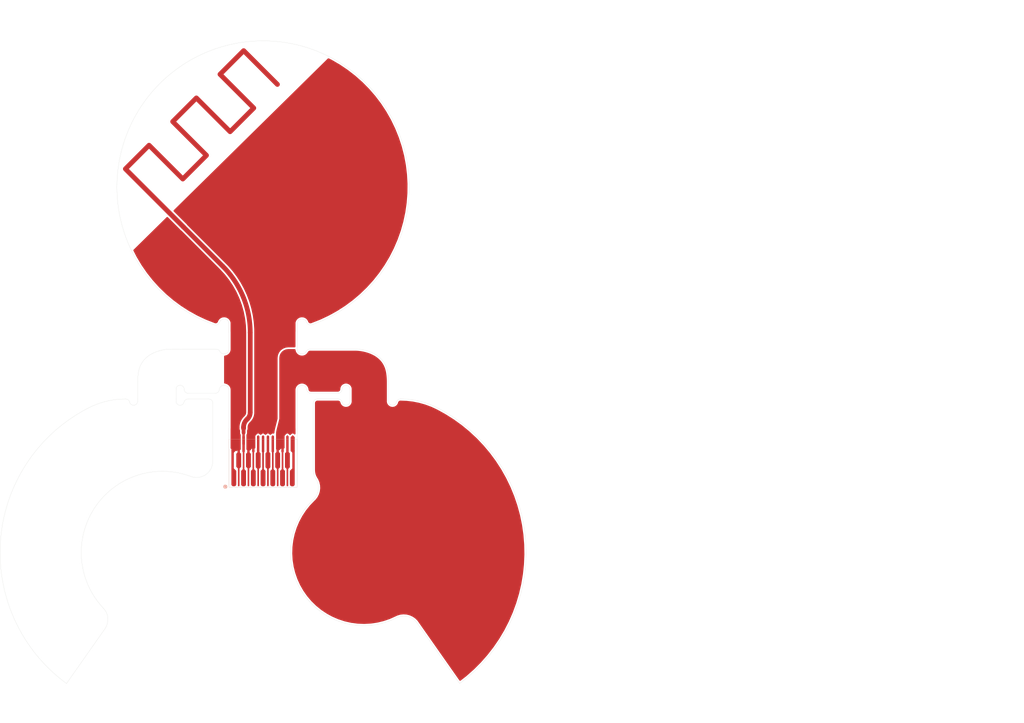
<source format=kicad_pcb>
(kicad_pcb (version 20240108) (generator "pcbnew") (generator_version "8.0")
  (layers (0 "F.Cu" signal) (31 "B.Cu" signal) (34 "B.Paste" user) (35 "F.Paste" user) (36 "B.SilkS" user "B.Silkscreen") (37 "F.SilkS" user "F.Silkscreen") (38 "B.Mask" user) (39 "F.Mask" user) (44 "Edge.Cuts" user))
  (net 0 "")
  (net 1 "Batteryin")
  (net 2 "gnd")
  (net 3 "antenna")
  (footprint "Library:2.4GHz-meander-antenna" (layer "F.Cu") (at 173 77.98058 -135)
    (property "Reference" "AE**" (hide yes))
    (property "Value" "2.4GHz-meander-antenna" (hide yes))
    (pad "1" smd custom (at 0 0 225) (size 0.3 0.3) (layers "F.Cu") (net 3 "antenna") (options (clearance outline) (anchor circle)) (primitives (gr_line (start 0 0) (end 0 5.06) (width 0.3)) (gr_line (start 0 5.06) (end -2.06 5.06) (width 0.3)) (gr_line (start -2.06 5.06) (end -2.06 2.12) (width 0.3)) (gr_line (start -2.06 2.12) (end -4.12 2.12) (width 0.3)) (gr_line (start -4.12 2.12) (end -4.12 5.06) (width 0.3)) (gr_line (start -4.12 5.06) (end -6.18 5.06) (width 0.3)) (gr_line (start -6.18 5.06) (end -6.18 2.12) (width 0.3)) (gr_line (start -6.18 2.12) (end -8.24 2.12) (width 0.3)) (gr_line (start -8.24 2.12) (end -8.24 5.06) (width 0.3)) (gr_line (start -8.24 5.06) (end -10.3 5.06) (width 0.3)) (gr_line (start -10.3 5.06) (end -10.3 2.12) (width 0.3))))
  )
  (footprint "Library:flex connector" (layer "B.Cu") (at 175.7 90.05)
    (property "Reference" "REF**" (hide yes))
    (property "Value" "flex connector" (hide yes))
    (fp_circle (center -0.125 3.925) (end 0 3.925) (fill solid) (layer "B.SilkS"))
    (fp_poly (pts (xy 0.1 3.95) (xy 4.3 3.95) (xy 4.3 1) (xy 0.1 1)) (stroke (width 0.01)) (fill none) (layer "B.SilkS"))
    (pad "1" smd rect (at 0.325 2.325) (size 0.15 1.25) (layers "F.Cu" "F.Paste" "F.Mask"))
    (pad "1" smd roundrect (at 0.375 1.3) (size 0.25 1.1) (layers "F.Cu" "F.Paste" "F.Mask") (roundrect_rratio 0) (chamfer_ratio 0.5) (chamfer top_left top_right bottom_left bottom_right) (net 2 "gnd"))
    (pad "1" smd roundrect (at 0.4 3.35) (size 0.3 1.1) (layers "F.Cu" "F.Paste" "F.Mask") (roundrect_rratio 0.4) (chamfer_ratio 0.5) (chamfer top_left top_right))
    (pad "2" smd roundrect (at 0.7 1.425) (size 0.15 1.35) (layers "F.Cu" "F.Paste" "F.Mask") (roundrect_rratio 0) (chamfer_ratio 0.5) (chamfer top_left top_right bottom_left bottom_right) (net 2 "gnd"))
    (pad "2" smd roundrect (at 0.7 2.3) (size 0.3 1.1) (layers "F.Cu" "F.Paste" "F.Mask") (roundrect_rratio 0) (chamfer_ratio 0.5) (chamfer top_left top_right bottom_left bottom_right))
    (pad "2" smd roundrect (at 0.7 3.3) (size 0.1 1.2) (layers "F.Cu" "F.Paste" "F.Mask") (roundrect_rratio 0.5))
    (pad "3" smd roundrect (at 1 1.3) (size 0.15 1.1) (layers "F.Cu" "F.Paste" "F.Mask") (roundrect_rratio 0) (chamfer_ratio 0.5) (chamfer top_left top_right bottom_left bottom_right) (net 3 "antenna"))
    (pad "3" smd rect (at 1 2.4) (size 0.1 1.2) (layers "F.Cu" "F.Paste" "F.Mask"))
    (pad "3" smd roundrect (at 1 3.35) (size 0.3 1.1) (layers "F.Cu" "F.Paste" "F.Mask") (roundrect_rratio 0.4) (chamfer_ratio 0.5) (chamfer top_left top_right))
    (pad "4" smd roundrect (at 1.3 1.425) (size 0.15 1.35) (layers "F.Cu" "F.Paste" "F.Mask") (roundrect_rratio 0) (chamfer_ratio 0.5) (chamfer top_left top_right bottom_left bottom_right) (net 2 "gnd"))
    (pad "4" smd roundrect (at 1.3 2.3) (size 0.3 1.1) (layers "F.Cu" "F.Paste" "F.Mask") (roundrect_rratio 0) (chamfer_ratio 0.5) (chamfer top_left top_right bottom_left bottom_right))
    (pad "4" smd roundrect (at 1.3 3.3) (size 0.1 1.2) (layers "F.Cu" "F.Paste" "F.Mask") (roundrect_rratio 0.5))
    (pad "5" smd roundrect (at 1.6 1.3) (size 0.15 1.1) (layers "F.Cu" "F.Paste" "F.Mask") (roundrect_rratio 0) (chamfer_ratio 0.5) (chamfer top_left top_right bottom_left bottom_right) (net 2 "gnd"))
    (pad "5" smd rect (at 1.6 2.3) (size 0.1 1.25) (layers "F.Cu" "F.Paste" "F.Mask"))
    (pad "5" smd roundrect (at 1.6 3.35) (size 0.3 1.1) (layers "F.Cu" "F.Paste" "F.Mask") (roundrect_rratio 0.4) (chamfer_ratio 0.5) (chamfer top_left top_right))
    (pad "6" smd roundrect (at 1.899999 2.3) (size 0.3 1.1) (layers "F.Cu" "F.Paste" "F.Mask") (roundrect_rratio 0) (chamfer_ratio 0.4) (chamfer top_left top_right bottom_left bottom_right))
    (pad "6" smd roundrect (at 1.9 1.425) (size 0.15 1.35) (layers "F.Cu" "F.Paste" "F.Mask") (roundrect_rratio 0) (chamfer_ratio 0.5) (chamfer top_left top_right bottom_left bottom_right))
    (pad "6" smd roundrect (at 1.9 3.299999) (size 0.1 1.2) (layers "F.Cu" "F.Paste" "F.Mask") (roundrect_rratio 0.5))
    (pad "7" smd roundrect (at 2.2 1.3) (size 0.15 1.1) (layers "F.Cu" "F.Paste" "F.Mask") (roundrect_rratio 0) (chamfer_ratio 0.5) (chamfer top_left top_right bottom_left bottom_right))
    (pad "7" smd rect (at 2.2 2.300001) (size 0.1 1.25) (layers "F.Cu" "F.Paste" "F.Mask"))
    (pad "7" smd roundrect (at 2.2 3.35) (size 0.3 1.1) (layers "F.Cu" "F.Paste" "F.Mask") (roundrect_rratio 0.4) (chamfer_ratio 0.5) (chamfer top_left top_right))
    (pad "8" smd roundrect (at 2.5 1.425) (size 0.15 1.35) (layers "F.Cu" "F.Paste" "F.Mask") (roundrect_rratio 0) (chamfer_ratio 0.5) (chamfer top_left top_right bottom_left bottom_right))
    (pad "8" smd roundrect (at 2.5 2.300001) (size 0.3 1.1) (layers "F.Cu" "F.Paste" "F.Mask") (roundrect_rratio 0) (chamfer_ratio 0.4) (chamfer top_left top_right bottom_left bottom_right))
    (pad "8" smd roundrect (at 2.5 3.299999) (size 0.1 1.2) (layers "F.Cu" "F.Paste" "F.Mask") (roundrect_rratio 0.5))
    (pad "9" smd roundrect (at 2.8 1.3) (size 0.15 1.1) (layers "F.Cu" "F.Paste" "F.Mask") (roundrect_rratio 0) (chamfer_ratio 0.5) (chamfer top_left top_right bottom_left bottom_right))
    (pad "9" smd rect (at 2.8 2.300001) (size 0.1 1.25) (layers "F.Cu" "F.Paste" "F.Mask"))
    (pad "9" smd roundrect (at 2.8 3.35) (size 0.3 1.1) (layers "F.Cu" "F.Paste" "F.Mask") (roundrect_rratio 0.4) (chamfer_ratio 0.5) (chamfer top_left top_right))
    (pad "10" smd roundrect (at 3.1 1.4125) (size 0.15 1.325) (layers "F.Cu" "F.Paste" "F.Mask") (roundrect_rratio 0) (chamfer_ratio 0.5) (chamfer top_left top_right bottom_left bottom_right) (net 1 "Batteryin"))
    (pad "10" smd roundrect (at 3.1 2.300001) (size 0.3 1.1) (layers "F.Cu" "F.Paste" "F.Mask") (roundrect_rratio 0) (chamfer_ratio 0.4) (chamfer top_left top_right bottom_left bottom_right))
    (pad "10" smd roundrect (at 3.1 3.299999) (size 0.1 1.2) (layers "F.Cu" "F.Paste" "F.Mask") (roundrect_rratio 0.5))
    (pad "11" smd roundrect (at 3.4 1.3) (size 0.15 1.1) (layers "F.Cu" "F.Paste" "F.Mask") (roundrect_rratio 0) (chamfer_ratio 0.5) (chamfer top_left top_right bottom_left bottom_right) (net 1 "Batteryin"))
    (pad "11" smd rect (at 3.4 2.300001) (size 0.1 1.25) (layers "F.Cu" "F.Paste" "F.Mask"))
    (pad "11" smd roundrect (at 3.4 3.35) (size 0.3 1.1) (layers "F.Cu" "F.Paste" "F.Mask") (roundrect_rratio 0.4) (chamfer_ratio 0.5) (chamfer top_left top_right))
    (pad "12" smd roundrect (at 3.7 1.3625) (size 0.15 1.225) (layers "F.Cu" "F.Paste" "F.Mask") (roundrect_rratio 0) (chamfer_ratio 0.5) (chamfer top_left top_right bottom_left bottom_right))
    (pad "12" smd roundrect (at 3.7 2.300001) (size 0.3 1.1) (layers "F.Cu" "F.Paste" "F.Mask") (roundrect_rratio 0) (chamfer_ratio 0.4) (chamfer top_left top_right bottom_left bottom_right))
    (pad "12" smd roundrect (at 3.7 3.299999) (size 0.1 1.2) (layers "F.Cu" "F.Paste" "F.Mask") (roundrect_rratio 0.5))
    (pad "13" smd roundrect (at 4 3.35) (size 0.3 1.1) (layers "F.Cu" "F.Paste" "F.Mask") (roundrect_rratio 0.4) (chamfer_ratio 0.5) (chamfer top_left top_right))
    (pad "13" smd roundrect (at 4.025 1.3) (size 0.25 1.1) (layers "F.Cu" "F.Paste" "F.Mask") (roundrect_rratio 0) (chamfer_ratio 0.5) (chamfer top_left top_right bottom_left bottom_right))
    (pad "13" smd rect (at 4.075 2.325) (size 0.15 1.25) (layers "F.Cu" "F.Paste" "F.Mask"))
  )
  (gr_line (start 180 91.794744) (end 180 94) (stroke (width 0.01)) (layer "Edge.Cuts"))
  (gr_line (start 175.802848 84.465175) (end 175.8 84.465175) (stroke (width 0.01)) (layer "Edge.Cuts"))
  (gr_arc (start 183.0084 87.725259) (mid 183.185177 87.798482) (end 183.2584 87.975258) (stroke (width 0.01)) (layer "Edge.Cuts"))
  (gr_line (start 175.802848 85.499999) (end 175.802848 84.465175) (stroke (width 0.01)) (layer "Edge.Cuts"))
  (gr_arc (start 173.034945 88.766181) (mid 172.762757 88.957207) (end 172.541602 88.708877) (stroke (width 0.01)) (layer "Edge.Cuts"))
  (gr_line (start 174.954158 88.225255) (end 173.291602 88.225255) (stroke (width 0.01)) (layer "Edge.Cuts"))
  (gr_arc (start 180.56539 85.636471) (mid 180.454652 85.756238) (end 180.297658 85.800509) (stroke (width 0.01)) (layer "Edge.Cuts"))
  (gr_arc (start 181.156574 93.492081) (mid 181.037836 93.232726) (end 180.997153 92.950398) (stroke (width 0.01)) (layer "Edge.Cuts"))
  (gr_line (start 170.175667 88.708877) (end 170.175667 88.573485) (stroke (width 0.01)) (layer "Edge.Cuts"))
  (gr_line (start 174.802849 88.823483) (end 174.802849 92.407609) (stroke (width 0.01)) (layer "Edge.Cuts"))
  (gr_arc (start 170.175667 88.708877) (mid 169.954512 88.957207) (end 169.682323 88.766181) (stroke (width 0.01)) (layer "Edge.Cuts"))
  (gr_line (start 187.386363 102.367439) (end 190.003871 106.097079) (stroke (width 0.01)) (layer "Edge.Cuts"))
  (gr_arc (start 186.118537 102.048505) (mid 180.413334 100.613324) (end 181.003403 94.760043) (stroke (width 0.01)) (layer "Edge.Cuts"))
  (gr_line (start 180 84.266746) (end 180.000153 83.90221) (stroke (width 0.01)) (layer "Edge.Cuts"))
  (gr_arc (start 188.637649 89.118713) (mid 194.064518 97.226174) (end 190.003871 106.097079) (stroke (width 0.01)) (layer "Edge.Cuts"))
  (gr_arc (start 180.845841 88.225259) (mid 180.677369 88.159967) (end 180.596897 87.998195) (stroke (width 0.01)) (layer "Edge.Cuts"))
  (gr_line (start 180 90.36154) (end 179.997152 90.36154) (stroke (width 0.01)) (layer "Edge.Cuts"))
  (gr_arc (start 169.438978 88.573485) (mid 169.594178 88.627493) (end 169.682323 88.766181) (stroke (width 0.01)) (layer "Edge.Cuts"))
  (gr_arc (start 174.55285 88.573485) (mid 174.729626 88.646708) (end 174.802849 88.823483) (stroke (width 0.01)) (layer "Edge.Cuts"))
  (gr_arc (start 181.156574 93.492081) (mid 181.308778 94.1537) (end 181.003403 94.760043) (stroke (width 0.01)) (layer "Edge.Cuts"))
  (gr_arc (start 175.502342 85.800507) (mid 175.345348 85.756236) (end 175.23461 85.636469) (stroke (width 0.01)) (layer "Edge.Cuts"))
  (gr_line (start 173.27829 88.573485) (end 174.55285 88.573485) (stroke (width 0.01)) (layer "Edge.Cuts"))
  (gr_arc (start 173.291602 88.225255) (mid 173.114825 88.152032) (end 173.041602 87.975255) (stroke (width 0.01)) (layer "Edge.Cuts"))
  (gr_line (start 179.997152 85.5) (end 179.997152 84.465175) (stroke (width 0.01)) (layer "Edge.Cuts"))
  (gr_arc (start 175.7881 87.932778) (mid 175.799138 87.97869) (end 175.802848 88.025764) (stroke (width 0.01)) (layer "Edge.Cuts"))
  (gr_line (start 175.8 84.266746) (end 175.8 84.465175) (stroke (width 0.01)) (layer "Edge.Cuts"))
  (gr_arc (start 173.034945 88.766181) (mid 173.12309 88.627492) (end 173.27829 88.573485) (stroke (width 0.01)) (layer "Edge.Cuts"))
  (gr_arc (start 168.070474 101.463786) (mid 168.34127 102.078176) (end 168.162452 102.725346) (stroke (width 0.01)) (layer "Edge.Cuts"))
  (gr_line (start 175.8 91.250201) (end 175.8 91.794744) (stroke (width 0.01)) (layer "Edge.Cuts"))
  (gr_arc (start 175.7881 85.592986) (mid 175.678922 85.743154) (end 175.502342 85.800507) (stroke (width 0.01)) (layer "Edge.Cuts"))
  (gr_line (start 175.8 90.36154) (end 175.8 91.250201) (stroke (width 0.01)) (layer "Edge.Cuts"))
  (gr_arc (start 168.070474 101.463786) (mid 167.535804 95.265604) (end 173.452919 93.344384) (stroke (width 0.01)) (layer "Edge.Cuts"))
  (gr_arc (start 183.258399 88.708881) (mid 183.037245 88.957211) (end 182.765057 88.766185) (stroke (width 0.01)) (layer "Edge.Cuts"))
  (gr_arc (start 186.117679 88.766185) (mid 185.845489 88.95721) (end 185.624335 88.708879) (stroke (width 0.01)) (layer "Edge.Cuts"))
  (gr_arc (start 172.541602 87.975254) (mid 172.614825 87.798478) (end 172.791602 87.725255) (stroke (width 0.01)) (layer "Edge.Cuts"))
  (gr_line (start 185.624335 87.660527) (end 185.624335 87.500002) (stroke (width 0.01)) (layer "Edge.Cuts"))
  (gr_arc (start 175.218397 83.84619) (mid 175.09061 83.989603) (end 174.898808 84.000035) (stroke (width 0.01)) (layer "Edge.Cuts"))
  (gr_line (start 180.845841 88.225259) (end 182.508401 88.225259) (stroke (width 0.01)) (layer "Edge.Cuts"))
  (gr_line (start 180 91.250201) (end 180 91.794744) (stroke (width 0.01)) (layer "Edge.Cuts"))
  (gr_line (start 172.175667 85.5) (end 172.791602 85.5) (stroke (width 0.01)) (layer "Edge.Cuts"))
  (gr_line (start 175.8 91.794744) (end 175.8 94) (stroke (width 0.01)) (layer "Edge.Cuts"))
  (gr_line (start 180 90.36154) (end 180 91.250201) (stroke (width 0.01)) (layer "Edge.Cuts"))
  (gr_line (start 183.258399 88.708881) (end 183.2584 88.708881) (stroke (width 0.01)) (layer "Edge.Cuts"))
  (gr_arc (start 180.56539 85.636471) (mid 180.657515 85.536832) (end 180.788123 85.500002) (stroke (width 0.01)) (layer "Edge.Cuts"))
  (gr_arc (start 175.011878 85.5) (mid 175.142485 85.53683) (end 175.23461 85.636469) (stroke (width 0.01)) (layer "Edge.Cuts"))
  (gr_line (start 169.438978 88.573485) (end 169.432805 88.573485) (stroke (width 0.01)) (layer "Edge.Cuts"))
  (gr_line (start 179.997152 90.36154) (end 179.997152 88.225257) (stroke (width 0.01)) (layer "Edge.Cuts"))
  (gr_arc (start 174.802849 92.407609) (mid 174.372967 93.229171) (end 173.452919 93.344384) (stroke (width 0.01)) (layer "Edge.Cuts"))
  (gr_arc (start 180.000153 83.90221) (mid 180.268839 83.64545) (end 180.581603 83.84619) (stroke (width 0.01)) (layer "Edge.Cuts"))
  (gr_line (start 185.624335 88.708879) (end 185.624335 87.660527) (stroke (width 0.01)) (layer "Edge.Cuts"))
  (gr_line (start 175.8 84.266746) (end 175.799847 83.902217) (stroke (width 0.01)) (layer "Edge.Cuts"))
  (gr_line (start 182.521711 88.573489) (end 181.247153 88.573489) (stroke (width 0.01)) (layer "Edge.Cuts"))
  (gr_arc (start 165.796131 106.097076) (mid 161.735484 97.22617) (end 167.162353 89.118709) (stroke (width 0.01)) (layer "Edge.Cuts"))
  (gr_arc (start 182.7584 87.975259) (mid 182.685177 88.152036) (end 182.508401 88.225259) (stroke (width 0.01)) (layer "Edge.Cuts"))
  (gr_arc (start 179.997152 88.025764) (mid 180.000862 87.97869) (end 180.0119 87.932778) (stroke (width 0.01)) (layer "Edge.Cuts"))
  (gr_arc (start 180.297658 87.725257) (mid 180.500166 87.80374) (end 180.596896 87.998193) (stroke (width 0.01)) (layer "Edge.Cuts"))
  (gr_line (start 172.791602 85.5) (end 175.011878 85.5) (stroke (width 0.01)) (layer "Edge.Cuts"))
  (gr_arc (start 175.203104 87.998193) (mid 175.299835 87.80374) (end 175.502342 87.725257) (stroke (width 0.01)) (layer "Edge.Cuts"))
  (gr_line (start 183.2584 87.975258) (end 183.2584 88.573489) (stroke (width 0.01)) (layer "Edge.Cuts"))
  (gr_line (start 179.997152 88.225257) (end 179.997152 88.025764) (stroke (width 0.01)) (layer "Edge.Cuts"))
  (gr_arc (start 180.297658 85.800509) (mid 180.121078 85.743155) (end 180.0119 85.592988) (stroke (width 0.01)) (layer "Edge.Cuts"))
  (gr_arc (start 175.218397 83.84619) (mid 175.531164 83.64545) (end 175.799847 83.902217) (stroke (width 0.01)) (layer "Edge.Cuts"))
  (gr_line (start 172.541602 87.975254) (end 172.541602 88.573485) (stroke (width 0.01)) (layer "Edge.Cuts"))
  (gr_arc (start 175.502342 87.725257) (mid 175.678923 87.78261) (end 175.7881 87.932778) (stroke (width 0.01)) (layer "Edge.Cuts"))
  (gr_curve (pts (xy 170.247845 86.812295) (xy 170.555608 85.5) (xy 172.175667 85.5) (xy 172.175667 85.5)) (stroke (width 0.01)) (layer "Edge.Cuts"))
  (gr_line (start 179.997152 84.465175) (end 180 84.465175) (stroke (width 0.01)) (layer "Edge.Cuts"))
  (gr_line (start 183.2584 88.573489) (end 183.2584 88.708881) (stroke (width 0.01)) (layer "Edge.Cuts"))
  (gr_arc (start 175.802848 85.499999) (mid 175.799138 85.547074) (end 175.7881 85.592986) (stroke (width 0.01)) (layer "Edge.Cuts"))
  (gr_curve (pts (xy 185.552157 86.812297) (xy 185.244394 85.500002) (xy 183.624335 85.500002) (xy 183.624335 85.500002)) (stroke (width 0.01)) (layer "Edge.Cuts"))
  (gr_line (start 170.175667 88.573485) (end 170.175667 87.5) (stroke (width 0.01)) (layer "Edge.Cuts"))
  (gr_curve (pts (xy 170.175667 87.5) (xy 170.175667 87.120059) (xy 170.247845 86.812295) (xy 170.247845 86.812295)) (stroke (width 0.01)) (layer "Edge.Cuts"))
  (gr_line (start 180 84.266746) (end 180 84.465175) (stroke (width 0.01)) (layer "Edge.Cuts"))
  (gr_line (start 183.624335 85.500002) (end 183.0084 85.500002) (stroke (width 0.01)) (layer "Edge.Cuts"))
  (gr_line (start 180.997153 88.823489) (end 180.997153 92.950398) (stroke (width 0.01)) (layer "Edge.Cuts"))
  (gr_line (start 186.361025 88.573489) (end 186.367198 88.573489) (stroke (width 0.01)) (layer "Edge.Cuts"))
  (gr_arc (start 182.521711 88.573489) (mid 182.676912 88.627496) (end 182.765057 88.766185) (stroke (width 0.01)) (layer "Edge.Cuts"))
  (gr_line (start 175.802848 90.36154) (end 175.802848 88.225257) (stroke (width 0.01)) (layer "Edge.Cuts"))
  (gr_arc (start 186.117679 88.766185) (mid 186.205824 88.627496) (end 186.361025 88.573489) (stroke (width 0.01)) (layer "Edge.Cuts"))
  (gr_arc (start 186.118537 102.048505) (mid 186.811782 101.972108) (end 187.386363 102.367439) (stroke (width 0.01)) (layer "Edge.Cuts"))
  (gr_line (start 168.162452 102.725346) (end 165.796131 106.097076) (stroke (width 0.01)) (layer "Edge.Cuts"))
  (gr_arc (start 174.898808 84.000035) (mid 177.9 66.515175) (end 180.901192 84.000035) (stroke (width 0.01)) (layer "Edge.Cuts"))
  (gr_line (start 172.541602 88.573485) (end 172.541602 88.708877) (stroke (width 0.01)) (layer "Edge.Cuts"))
  (gr_arc (start 180.997153 88.823489) (mid 181.070376 88.646712) (end 181.247153 88.573489) (stroke (width 0.01)) (layer "Edge.Cuts"))
  (gr_arc (start 172.791602 87.725255) (mid 172.968378 87.798479) (end 173.041602 87.975255) (stroke (width 0.01)) (layer "Edge.Cuts"))
  (gr_arc (start 180.0119 87.932778) (mid 180.121077 87.78261) (end 180.297658 87.725257) (stroke (width 0.01)) (layer "Edge.Cuts"))
  (gr_line (start 175.8 90.36154) (end 175.802848 90.36154) (stroke (width 0.01)) (layer "Edge.Cuts"))
  (gr_arc (start 182.7584 87.975259) (mid 182.831624 87.798483) (end 183.0084 87.725259) (stroke (width 0.01)) (layer "Edge.Cuts"))
  (gr_line (start 183.0084 85.500002) (end 180.788123 85.500002) (stroke (width 0.01)) (layer "Edge.Cuts"))
  (gr_arc (start 167.162353 89.118709) (mid 168.265305 88.711701) (end 169.432805 88.573485) (stroke (width 0.01)) (layer "Edge.Cuts"))
  (gr_arc (start 180.901192 84.000035) (mid 180.70939 83.989603) (end 180.581603 83.84619) (stroke (width 0.01)) (layer "Edge.Cuts"))
  (gr_arc (start 186.367198 88.573489) (mid 187.534697 88.711706) (end 188.637649 89.118713) (stroke (width 0.01)) (layer "Edge.Cuts"))
  (gr_curve (pts (xy 185.624335 87.500002) (xy 185.624335 87.120061) (xy 185.552157 86.812297) (xy 185.552157 86.812297)) (stroke (width 0.01)) (layer "Edge.Cuts"))
  (gr_line (start 180 94) (end 175.8 94) (stroke (width 0.01)) (layer "Edge.Cuts"))
  (gr_arc (start 175.203105 87.998191) (mid 175.122631 88.159963) (end 174.954158 88.225255) (stroke (width 0.01)) (layer "Edge.Cuts"))
  (gr_line (start 175.802848 88.225257) (end 175.802848 88.025764) (stroke (width 0.01)) (layer "Edge.Cuts"))
  (gr_arc (start 180.0119 85.592988) (mid 180.000862 85.547075) (end 179.997152 85.5) (stroke (width 0.01)) (layer "Edge.Cuts"))
  (segment (start 175.418841 80.399421) (end 173 77.98058) (width 0.2939) (layer "F.Cu") (net 3))
  (segment (start 176.94 89.8) (end 176.945024 89.794977) (width 0.2939) (layer "F.Cu") (net 3))
  (segment (start 176.7 90.386514) (end 176.7 90.65) (width 0.23) (layer "F.Cu") (net 3))
  (segment (start 176.892427 89.847573) (end 176.94 89.8) (width 0.2939) (layer "F.Cu") (net 3))
  (segment (start 177.11 89.396712) (end 177.11 84.48224) (width 0.2939) (layer "F.Cu") (net 3))
  (segment (start 176.7 90.386514) (end 176.7 90.312132) (width 0.2939) (layer "F.Cu") (net 3))
  (segment (start 176.7 91.35) (end 176.7 90.65) (width 0.15) (layer "F.Cu") (net 3))
  (arc (start 177.11 84.48224) (mid 176.670482 82.272634) (end 175.418841 80.399421) (width 0.2939) (layer "F.Cu") (net 3))
  (arc (start 176.945024 89.794977) (mid 177.067134 89.612229) (end 177.11 89.396712) (width 0.2939) (layer "F.Cu") (net 3))
  (arc (start 176.7 90.312132) (mid 176.75001 90.060714) (end 176.892427 89.847573) (width 0.2939) (layer "F.Cu") (net 3))
  (zone (net 2) (net_name "gnd") (layer "F.Cu") (connect_pads yes (clearance 0.1)) (min_thickness 0.1) (fill yes (thermal_gap 0.1) (thermal_bridge_width 0.15))
    (polygon (pts (xy 175.5 85) (xy 169.4 81) (xy 167.9 75) (xy 171.9 67) (xy 178.9 66) (xy 184.4 68) (xy 187.9 74.5) (xy 185.4 82) (xy 180.3 84.5) (xy 180.3 94.2) (xy 175.5 94.2)))
  )
  (zone (net 1) (net_name "Batteryin") (layer "F.Cu") (connect_pads yes (clearance 0.1)) (min_thickness 0.1) (fill yes (thermal_gap 0.1) (thermal_bridge_width 0.15) (smoothing fillet) (radius 1))
    (polygon (pts (xy 178.7 90.6) (xy 178.9 89.8) (xy 178.9 87.8) (xy 178.9 85.5) (xy 186.9 85.5) (xy 198.55 98.725) (xy 189.65 108.15) (xy 178.4 101) (xy 178.7 92.860951)))
  )
  (zone (net 0) (net_name "") (layer "F.Cu") (connect_pads (clearance 0)) (min_thickness 0.25)
    (keepout (tracks allowed) (vias allowed) (pads allowed) (copperpour not_allowed) (footprints allowed))
    (fill (thermal_gap 0.5) (thermal_bridge_width 0.5))
    (polygon (pts (xy 166.5 74.4) (xy 169.5 79.8) (xy 182.3 67.2) (xy 174.1 64)))
  )
)
</source>
